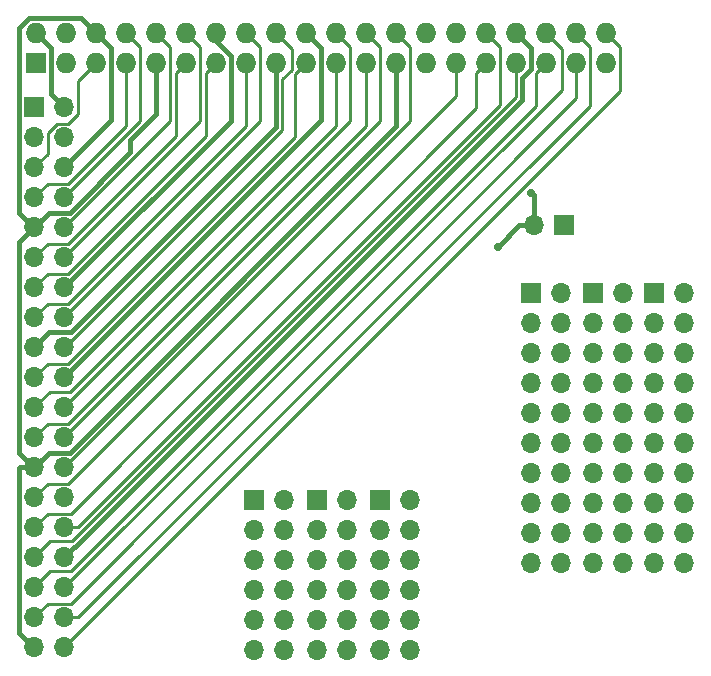
<source format=gtl>
G04 #@! TF.FileFunction,Copper,L1,Top,Signal*
%FSLAX46Y46*%
G04 Gerber Fmt 4.6, Leading zero omitted, Abs format (unit mm)*
G04 Created by KiCad (PCBNEW 4.0.6) date Friday, 11 August 2017 'AMt' 02:59:44*
%MOMM*%
%LPD*%
G01*
G04 APERTURE LIST*
%ADD10C,0.100000*%
%ADD11R,1.727200X1.727200*%
%ADD12O,1.727200X1.727200*%
%ADD13R,1.700000X1.700000*%
%ADD14O,1.700000X1.700000*%
%ADD15C,0.700000*%
%ADD16C,0.250000*%
%ADD17C,0.400000*%
G04 APERTURE END LIST*
D10*
D11*
X8370000Y-5270000D03*
D12*
X8370000Y-2730000D03*
X10910000Y-5270000D03*
X10910000Y-2730000D03*
X13450000Y-5270000D03*
X13450000Y-2730000D03*
X15990000Y-5270000D03*
X15990000Y-2730000D03*
X18530000Y-5270000D03*
X18530000Y-2730000D03*
X21070000Y-5270000D03*
X21070000Y-2730000D03*
X23610000Y-5270000D03*
X23610000Y-2730000D03*
X26150000Y-5270000D03*
X26150000Y-2730000D03*
X28690000Y-5270000D03*
X28690000Y-2730000D03*
X31230000Y-5270000D03*
X31230000Y-2730000D03*
X33770000Y-5270000D03*
X33770000Y-2730000D03*
X36310000Y-5270000D03*
X36310000Y-2730000D03*
X38850000Y-5270000D03*
X38850000Y-2730000D03*
X41390000Y-5270000D03*
X41390000Y-2730000D03*
X43930000Y-5270000D03*
X43930000Y-2730000D03*
X46470000Y-5270000D03*
X46470000Y-2730000D03*
X49010000Y-5270000D03*
X49010000Y-2730000D03*
X51550000Y-5270000D03*
X51550000Y-2730000D03*
X54090000Y-5270000D03*
X54090000Y-2730000D03*
X56630000Y-5270000D03*
X56630000Y-2730000D03*
D13*
X8204200Y-9017000D03*
D14*
X10744200Y-9017000D03*
X8204200Y-11557000D03*
X10744200Y-11557000D03*
X8204200Y-14097000D03*
X10744200Y-14097000D03*
X8204200Y-16637000D03*
X10744200Y-16637000D03*
X8204200Y-19177000D03*
X10744200Y-19177000D03*
X8204200Y-21717000D03*
X10744200Y-21717000D03*
X8204200Y-24257000D03*
X10744200Y-24257000D03*
X8204200Y-26797000D03*
X10744200Y-26797000D03*
X8204200Y-29337000D03*
X10744200Y-29337000D03*
X8204200Y-31877000D03*
X10744200Y-31877000D03*
X8204200Y-34417000D03*
X10744200Y-34417000D03*
X8204200Y-36957000D03*
X10744200Y-36957000D03*
X8204200Y-39497000D03*
X10744200Y-39497000D03*
X8204200Y-42037000D03*
X10744200Y-42037000D03*
X8204200Y-44577000D03*
X10744200Y-44577000D03*
X8204200Y-47117000D03*
X10744200Y-47117000D03*
X8204200Y-49657000D03*
X10744200Y-49657000D03*
X8204200Y-52197000D03*
X10744200Y-52197000D03*
X8204200Y-54737000D03*
X10744200Y-54737000D03*
D13*
X53060600Y-18973800D03*
D14*
X50520600Y-18973800D03*
D13*
X26847800Y-42240200D03*
D14*
X29387800Y-42240200D03*
X26847800Y-44780200D03*
X29387800Y-44780200D03*
X26847800Y-47320200D03*
X29387800Y-47320200D03*
X26847800Y-49860200D03*
X29387800Y-49860200D03*
X26847800Y-52400200D03*
X29387800Y-52400200D03*
X26847800Y-54940200D03*
X29387800Y-54940200D03*
D13*
X32131000Y-42240200D03*
D14*
X34671000Y-42240200D03*
X32131000Y-44780200D03*
X34671000Y-44780200D03*
X32131000Y-47320200D03*
X34671000Y-47320200D03*
X32131000Y-49860200D03*
X34671000Y-49860200D03*
X32131000Y-52400200D03*
X34671000Y-52400200D03*
X32131000Y-54940200D03*
X34671000Y-54940200D03*
D13*
X37515800Y-42240200D03*
D14*
X40055800Y-42240200D03*
X37515800Y-44780200D03*
X40055800Y-44780200D03*
X37515800Y-47320200D03*
X40055800Y-47320200D03*
X37515800Y-49860200D03*
X40055800Y-49860200D03*
X37515800Y-52400200D03*
X40055800Y-52400200D03*
X37515800Y-54940200D03*
X40055800Y-54940200D03*
D13*
X60731400Y-24714200D03*
D14*
X63271400Y-24714200D03*
X60731400Y-27254200D03*
X63271400Y-27254200D03*
X60731400Y-29794200D03*
X63271400Y-29794200D03*
X60731400Y-32334200D03*
X63271400Y-32334200D03*
X60731400Y-34874200D03*
X63271400Y-34874200D03*
X60731400Y-37414200D03*
X63271400Y-37414200D03*
X60731400Y-39954200D03*
X63271400Y-39954200D03*
X60731400Y-42494200D03*
X63271400Y-42494200D03*
X60731400Y-45034200D03*
X63271400Y-45034200D03*
X60731400Y-47574200D03*
X63271400Y-47574200D03*
D13*
X55499000Y-24714200D03*
D14*
X58039000Y-24714200D03*
X55499000Y-27254200D03*
X58039000Y-27254200D03*
X55499000Y-29794200D03*
X58039000Y-29794200D03*
X55499000Y-32334200D03*
X58039000Y-32334200D03*
X55499000Y-34874200D03*
X58039000Y-34874200D03*
X55499000Y-37414200D03*
X58039000Y-37414200D03*
X55499000Y-39954200D03*
X58039000Y-39954200D03*
X55499000Y-42494200D03*
X58039000Y-42494200D03*
X55499000Y-45034200D03*
X58039000Y-45034200D03*
X55499000Y-47574200D03*
X58039000Y-47574200D03*
D13*
X50266600Y-24714200D03*
D14*
X52806600Y-24714200D03*
X50266600Y-27254200D03*
X52806600Y-27254200D03*
X50266600Y-29794200D03*
X52806600Y-29794200D03*
X50266600Y-32334200D03*
X52806600Y-32334200D03*
X50266600Y-34874200D03*
X52806600Y-34874200D03*
X50266600Y-37414200D03*
X52806600Y-37414200D03*
X50266600Y-39954200D03*
X52806600Y-39954200D03*
X50266600Y-42494200D03*
X52806600Y-42494200D03*
X50266600Y-45034200D03*
X52806600Y-45034200D03*
X50266600Y-47574200D03*
X52806600Y-47574200D03*
D15*
X47472600Y-20802600D03*
X50317400Y-16230600D03*
D16*
X15990000Y-5270000D02*
X15990000Y-10590202D01*
X15990000Y-10590202D02*
X11118203Y-15461999D01*
X11118203Y-15461999D02*
X9379201Y-15461999D01*
X9379201Y-15461999D02*
X8204200Y-16637000D01*
X15990000Y-2730000D02*
X17178601Y-3918601D01*
X17178601Y-3918601D02*
X17178601Y-10202599D01*
X17178601Y-10202599D02*
X10744200Y-16637000D01*
X18530000Y-2730000D02*
X19718601Y-3918601D01*
X19718601Y-3918601D02*
X19718601Y-10202599D01*
X19718601Y-10202599D02*
X10744200Y-19177000D01*
X21070000Y-5270000D02*
X20206401Y-6133599D01*
X20206401Y-6133599D02*
X20206401Y-11453801D01*
X20206401Y-11453801D02*
X11118203Y-20541999D01*
X11118203Y-20541999D02*
X9379201Y-20541999D01*
X9379201Y-20541999D02*
X8204200Y-21717000D01*
X21070000Y-2730000D02*
X22258601Y-3918601D01*
X22258601Y-3918601D02*
X22258601Y-10202599D01*
X22258601Y-10202599D02*
X10744200Y-21717000D01*
X23610000Y-5270000D02*
X22746401Y-6133599D01*
X22746401Y-6133599D02*
X22746401Y-11453801D01*
X9379201Y-23081999D02*
X8204200Y-24257000D01*
X22746401Y-11453801D02*
X11118203Y-23081999D01*
X11118203Y-23081999D02*
X9379201Y-23081999D01*
X26150000Y-5270000D02*
X26150000Y-10590202D01*
X26150000Y-10590202D02*
X11118203Y-25621999D01*
X11118203Y-25621999D02*
X9379201Y-25621999D01*
X9379201Y-25621999D02*
X8204200Y-26797000D01*
X26150000Y-2730000D02*
X27338601Y-3918601D01*
X27338601Y-3918601D02*
X27338601Y-10202599D01*
X27338601Y-10202599D02*
X10744200Y-26797000D01*
X28690000Y-2730000D02*
X30041399Y-4081399D01*
X30041399Y-4081399D02*
X30041399Y-5822191D01*
X30041399Y-5822191D02*
X29215010Y-6648580D01*
X29215010Y-6648580D02*
X29215009Y-10918669D01*
X10796678Y-29337000D02*
X10744200Y-29337000D01*
X29215009Y-10918669D02*
X10796678Y-29337000D01*
X31230000Y-5270000D02*
X30328611Y-6171389D01*
X30328611Y-6171389D02*
X30328611Y-11491591D01*
X30328611Y-11491591D02*
X11118203Y-30701999D01*
X11118203Y-30701999D02*
X9379201Y-30701999D01*
X9379201Y-30701999D02*
X8204200Y-31877000D01*
X33770000Y-5270000D02*
X33770000Y-10590202D01*
X33770000Y-10590202D02*
X11264002Y-33096200D01*
X11264002Y-33096200D02*
X9525000Y-33096200D01*
X9525000Y-33096200D02*
X8204200Y-34417000D01*
X33770000Y-2730000D02*
X34958601Y-3918601D01*
X34958601Y-10202599D02*
X10744200Y-34417000D01*
X34958601Y-3918601D02*
X34958601Y-10202599D01*
X36310000Y-5270000D02*
X36310000Y-10590202D01*
X36310000Y-10590202D02*
X11118203Y-35781999D01*
X11118203Y-35781999D02*
X9379201Y-35781999D01*
X9379201Y-35781999D02*
X8204200Y-36957000D01*
X36310000Y-2730000D02*
X37498601Y-3918601D01*
X37498601Y-3918601D02*
X37498601Y-10202599D01*
X37498601Y-10202599D02*
X10744200Y-36957000D01*
X38850000Y-2730000D02*
X40038601Y-3918601D01*
X40038601Y-3918601D02*
X40038601Y-10202599D01*
X40038601Y-10202599D02*
X10744200Y-39497000D01*
X43930000Y-5270000D02*
X43930000Y-8050202D01*
X43930000Y-8050202D02*
X11118203Y-40861999D01*
X9379201Y-40861999D02*
X8204200Y-42037000D01*
X11118203Y-40861999D02*
X9379201Y-40861999D01*
X46470000Y-5270000D02*
X45606401Y-6133599D01*
X45606401Y-9103799D02*
X11308201Y-43401999D01*
X11308201Y-43401999D02*
X9379201Y-43401999D01*
X45606401Y-6133599D02*
X45606401Y-9103799D01*
X9379201Y-43401999D02*
X8204200Y-44577000D01*
X46470000Y-2730000D02*
X47675800Y-3935800D01*
X47675800Y-3935800D02*
X47675800Y-8847481D01*
X47675800Y-8847481D02*
X11946281Y-44577000D01*
X11946281Y-44577000D02*
X10744200Y-44577000D01*
X49010000Y-5270000D02*
X49010000Y-8149691D01*
X49010000Y-8149691D02*
X11407690Y-45752001D01*
X9569199Y-45752001D02*
X8204200Y-47117000D01*
X11407690Y-45752001D02*
X9569199Y-45752001D01*
X51550000Y-5270000D02*
X50686401Y-6133599D01*
X50686401Y-6133599D02*
X50686401Y-8913801D01*
X9569199Y-48292001D02*
X8204200Y-49657000D01*
X50686401Y-8913801D02*
X11308201Y-48292001D01*
X11308201Y-48292001D02*
X9569199Y-48292001D01*
X51550000Y-2730000D02*
X52901399Y-4081399D01*
X52901399Y-4081399D02*
X52901399Y-7499801D01*
X52901399Y-7499801D02*
X10744200Y-49657000D01*
X54090000Y-5270000D02*
X54090000Y-8240200D01*
X54090000Y-8240200D02*
X11308201Y-51021999D01*
X9379201Y-51021999D02*
X8204200Y-52197000D01*
X11308201Y-51021999D02*
X9379201Y-51021999D01*
X54090000Y-2730000D02*
X55278601Y-3918601D01*
X55278601Y-3918601D02*
X55278601Y-8864680D01*
X55278601Y-8864680D02*
X11946281Y-52197000D01*
X11946281Y-52197000D02*
X10744200Y-52197000D01*
X56630000Y-2730000D02*
X57818601Y-3918601D01*
X57818601Y-3918601D02*
X57818601Y-7662599D01*
X57818601Y-7662599D02*
X10744200Y-54737000D01*
D17*
X50520600Y-18973800D02*
X49301400Y-18973800D01*
X49301400Y-18973800D02*
X47472600Y-20802600D01*
X50520600Y-18973800D02*
X50520600Y-16433800D01*
X50520600Y-16433800D02*
X50317400Y-16230600D01*
X49010000Y-2730000D02*
X50286399Y-4006399D01*
X50286399Y-4006399D02*
X50286399Y-5791125D01*
X50286399Y-5791125D02*
X49535010Y-6542514D01*
X49535010Y-6542514D02*
X49535009Y-8367158D01*
X49535009Y-8367158D02*
X11635166Y-46267001D01*
X11635166Y-46267001D02*
X11594199Y-46267001D01*
X11594199Y-46267001D02*
X10744200Y-47117000D01*
X38850000Y-5270000D02*
X38850000Y-10629200D01*
X38850000Y-10629200D02*
X11232201Y-38246999D01*
X11232201Y-38246999D02*
X9454201Y-38246999D01*
X9454201Y-38246999D02*
X8204200Y-39497000D01*
X18530000Y-5270000D02*
X18530000Y-9593676D01*
X18530000Y-9593676D02*
X16332200Y-11791476D01*
X16332200Y-11791476D02*
X16332200Y-12827000D01*
X16332200Y-12827000D02*
X11232201Y-17926999D01*
X11232201Y-17926999D02*
X9454201Y-17926999D01*
X9454201Y-17926999D02*
X8204200Y-19177000D01*
X23610000Y-2730000D02*
X23610000Y-3399870D01*
X23610000Y-3399870D02*
X24873601Y-4663471D01*
X24873601Y-4663471D02*
X24873601Y-10127599D01*
X24873601Y-10127599D02*
X10744200Y-24257000D01*
X13450000Y-2730000D02*
X14726399Y-4006399D01*
X14726399Y-4006399D02*
X14726399Y-10114801D01*
X14726399Y-10114801D02*
X10744200Y-14097000D01*
X31230000Y-2730000D02*
X32506399Y-4006399D01*
X32506399Y-4006399D02*
X32506399Y-10114801D01*
X32506399Y-10114801D02*
X10744200Y-31877000D01*
X8204200Y-19177000D02*
X6954199Y-20427001D01*
X6954199Y-20427001D02*
X6954199Y-38246999D01*
X6954199Y-38246999D02*
X8204200Y-39497000D01*
X13450000Y-2730000D02*
X12186399Y-1466399D01*
X12186399Y-1466399D02*
X7763471Y-1466399D01*
X7763471Y-1466399D02*
X6954199Y-2275671D01*
X6954199Y-2275671D02*
X6954199Y-17926999D01*
X6954199Y-17926999D02*
X8204200Y-19177000D01*
X8204200Y-39497000D02*
X7002119Y-39497000D01*
X7002119Y-39497000D02*
X6954199Y-39544920D01*
X6954199Y-39544920D02*
X6954199Y-53486999D01*
X6954199Y-53486999D02*
X8204200Y-54737000D01*
X28690000Y-5270000D02*
X28690000Y-10701202D01*
X9494199Y-28047001D02*
X8204200Y-29337000D01*
X28690000Y-10701202D02*
X11344201Y-28047001D01*
X11344201Y-28047001D02*
X9494199Y-28047001D01*
D16*
X13450000Y-5270000D02*
X11919201Y-6800799D01*
X11919201Y-6800799D02*
X11919201Y-9581001D01*
X11919201Y-9581001D02*
X11118203Y-10381999D01*
X11118203Y-10381999D02*
X10180199Y-10381999D01*
X10180199Y-10381999D02*
X9379201Y-11182997D01*
X9379201Y-11182997D02*
X9379201Y-12921999D01*
X9379201Y-12921999D02*
X8204200Y-14097000D01*
D17*
X8370000Y-2730000D02*
X9646399Y-4006399D01*
X9646399Y-4006399D02*
X9646399Y-7919199D01*
X9646399Y-7919199D02*
X10744200Y-9017000D01*
M02*

</source>
